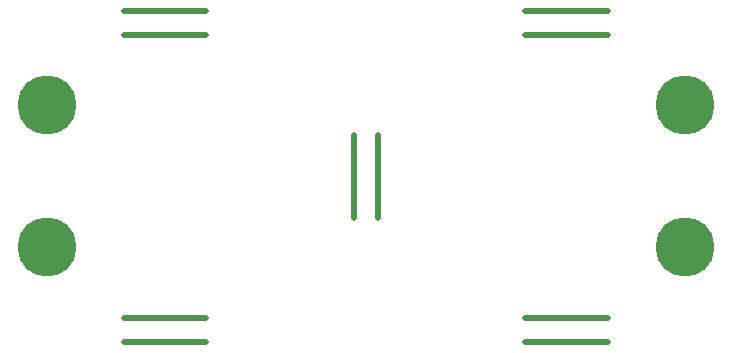
<source format=gts>
%FSLAX21Y21*%
%MOMM*%
%ADD10C,5*%
%ADD11C,0.5*%
%LPD*%
D10*
X60Y180D03*
Y300D03*
X600D03*
Y180D03*
D11*
X320Y205D02*
G01*
Y275D01*
X340Y205D02*
Y275D01*
X125Y100D02*
X195D01*
X125Y120D02*
X195D01*
X465Y100D02*
X535D01*
X465Y120D02*
X535D01*
X125Y360D02*
X195D01*
X125Y380D02*
X195D01*
X465Y360D02*
X535D01*
X465Y380D02*
X535D01*
M02*

</source>
